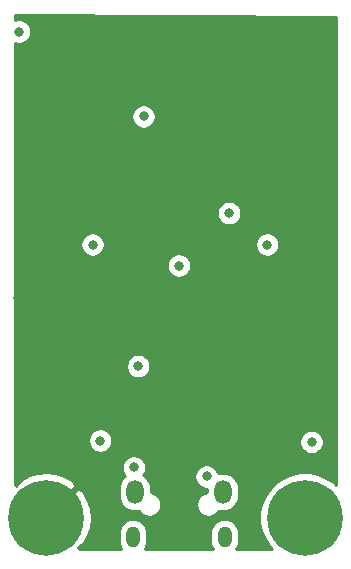
<source format=gbr>
%TF.GenerationSoftware,KiCad,Pcbnew,(5.1.12-1-10_14)*%
%TF.CreationDate,2022-01-26T17:57:44+01:00*%
%TF.ProjectId,tiny-led-esp32,74696e79-2d6c-4656-942d-65737033322e,rev?*%
%TF.SameCoordinates,Original*%
%TF.FileFunction,Copper,L2,Inr*%
%TF.FilePolarity,Positive*%
%FSLAX46Y46*%
G04 Gerber Fmt 4.6, Leading zero omitted, Abs format (unit mm)*
G04 Created by KiCad (PCBNEW (5.1.12-1-10_14)) date 2022-01-26 17:57:44*
%MOMM*%
%LPD*%
G01*
G04 APERTURE LIST*
%TA.AperFunction,ComponentPad*%
%ADD10C,0.800000*%
%TD*%
%TA.AperFunction,ComponentPad*%
%ADD11C,6.400000*%
%TD*%
%TA.AperFunction,ComponentPad*%
%ADD12O,1.150000X1.800000*%
%TD*%
%TA.AperFunction,ComponentPad*%
%ADD13O,1.450000X2.000000*%
%TD*%
%TA.AperFunction,ViaPad*%
%ADD14C,0.800000*%
%TD*%
%TA.AperFunction,Conductor*%
%ADD15C,0.254000*%
%TD*%
%TA.AperFunction,Conductor*%
%ADD16C,0.100000*%
%TD*%
G04 APERTURE END LIST*
D10*
%TO.N,+5V*%
%TO.C,H2*%
X165400056Y-123905944D03*
X163703000Y-123203000D03*
X162005944Y-123905944D03*
X161303000Y-125603000D03*
X162005944Y-127300056D03*
X163703000Y-128003000D03*
X165400056Y-127300056D03*
X166103000Y-125603000D03*
D11*
X163703000Y-125603000D03*
%TD*%
D10*
%TO.N,GND*%
%TO.C,H1*%
X143505256Y-123905944D03*
X141808200Y-123203000D03*
X140111144Y-123905944D03*
X139408200Y-125603000D03*
X140111144Y-127300056D03*
X141808200Y-128003000D03*
X143505256Y-127300056D03*
X144208200Y-125603000D03*
D11*
X141808200Y-125603000D03*
%TD*%
D12*
%TO.N,Net-(J1-Pad6)*%
%TO.C,J1*%
X149160000Y-127235500D03*
X156910000Y-127235500D03*
D13*
X149310000Y-123435500D03*
X156760000Y-123435500D03*
%TD*%
D14*
%TO.N,+5V*%
X160528000Y-102489000D03*
X149606000Y-112776000D03*
X150050500Y-91630500D03*
X155384500Y-122110500D03*
X149225000Y-121348500D03*
X145732500Y-102489000D03*
X146390000Y-119085000D03*
X164280000Y-119195000D03*
%TO.N,Net-(D1-Pad4)*%
X139509500Y-84455000D03*
%TO.N,GND*%
X156464000Y-112776000D03*
X146748500Y-123444000D03*
X148272500Y-92583000D03*
X146367500Y-90043000D03*
X155384500Y-90043000D03*
X139382500Y-106997500D03*
X150685500Y-122110500D03*
X156718000Y-121348500D03*
X143700500Y-118173500D03*
X161925000Y-117919500D03*
X158686500Y-100520500D03*
X143129000Y-84518500D03*
X162877500Y-84518500D03*
X164465000Y-88519000D03*
X164465000Y-91884500D03*
X165354000Y-100393500D03*
X147450999Y-111975999D03*
%TO.N,+3V3*%
X153035000Y-104267000D03*
X157289500Y-99822000D03*
%TD*%
D15*
%TO.N,GND*%
X166345000Y-83182068D02*
X166345001Y-122821492D01*
X166147670Y-122624161D01*
X165519554Y-122204467D01*
X164821628Y-121915377D01*
X164080715Y-121768000D01*
X163325285Y-121768000D01*
X162584372Y-121915377D01*
X161886446Y-122204467D01*
X161258330Y-122624161D01*
X160724161Y-123158330D01*
X160304467Y-123786446D01*
X160015377Y-124484372D01*
X159868000Y-125225285D01*
X159868000Y-125980715D01*
X160015377Y-126721628D01*
X160304467Y-127419554D01*
X160724161Y-128047670D01*
X160921491Y-128245000D01*
X157913553Y-128245000D01*
X157920946Y-128235992D01*
X158033303Y-128025787D01*
X158102492Y-127797701D01*
X158120000Y-127619937D01*
X158120000Y-126851064D01*
X158102492Y-126673300D01*
X158033303Y-126445213D01*
X157920946Y-126235008D01*
X157769739Y-126050761D01*
X157585492Y-125899554D01*
X157375287Y-125787197D01*
X157147201Y-125718008D01*
X156910000Y-125694646D01*
X156672800Y-125718008D01*
X156444714Y-125787197D01*
X156234509Y-125899554D01*
X156050262Y-126050761D01*
X155899055Y-126235008D01*
X155786697Y-126445213D01*
X155717508Y-126673299D01*
X155700000Y-126851063D01*
X155700000Y-127619936D01*
X155717508Y-127797700D01*
X155786697Y-128025786D01*
X155899054Y-128235991D01*
X155906447Y-128245000D01*
X150163553Y-128245000D01*
X150170946Y-128235992D01*
X150283303Y-128025787D01*
X150352492Y-127797701D01*
X150370000Y-127619937D01*
X150370000Y-126851064D01*
X150352492Y-126673300D01*
X150283303Y-126445213D01*
X150170946Y-126235008D01*
X150019739Y-126050761D01*
X149835492Y-125899554D01*
X149625287Y-125787197D01*
X149397201Y-125718008D01*
X149160000Y-125694646D01*
X148922800Y-125718008D01*
X148694714Y-125787197D01*
X148484509Y-125899554D01*
X148300262Y-126050761D01*
X148149055Y-126235008D01*
X148036697Y-126445213D01*
X147967508Y-126673299D01*
X147950000Y-126851063D01*
X147950000Y-127619936D01*
X147967508Y-127797700D01*
X148036697Y-128025786D01*
X148149054Y-128235991D01*
X148156447Y-128245000D01*
X144615082Y-128245000D01*
X144622445Y-128237637D01*
X144509083Y-128124275D01*
X144998748Y-127764088D01*
X145359049Y-127100118D01*
X145582894Y-126378615D01*
X145661680Y-125627305D01*
X145592378Y-124875062D01*
X145377652Y-124150792D01*
X145025755Y-123482330D01*
X144998748Y-123441912D01*
X144525350Y-123093691D01*
X147950000Y-123093691D01*
X147950000Y-123777308D01*
X147969678Y-123977106D01*
X148047445Y-124233467D01*
X148173730Y-124469730D01*
X148343682Y-124676817D01*
X148550769Y-124846770D01*
X148787032Y-124973055D01*
X149043393Y-125050822D01*
X149310000Y-125077080D01*
X149576606Y-125050822D01*
X149652558Y-125027782D01*
X149731063Y-125145274D01*
X149875226Y-125289437D01*
X150044744Y-125402705D01*
X150233102Y-125480726D01*
X150433061Y-125520500D01*
X150636939Y-125520500D01*
X150836898Y-125480726D01*
X151025256Y-125402705D01*
X151194774Y-125289437D01*
X151338937Y-125145274D01*
X151452205Y-124975756D01*
X151530226Y-124787398D01*
X151570000Y-124587439D01*
X151570000Y-124383561D01*
X151530226Y-124183602D01*
X151452205Y-123995244D01*
X151338937Y-123825726D01*
X151194774Y-123681563D01*
X151025256Y-123568295D01*
X150836898Y-123490274D01*
X150670000Y-123457076D01*
X150670000Y-123093692D01*
X150650322Y-122893894D01*
X150572555Y-122637532D01*
X150446270Y-122401269D01*
X150276318Y-122194182D01*
X150069231Y-122024230D01*
X150039917Y-122008561D01*
X154349500Y-122008561D01*
X154349500Y-122212439D01*
X154389274Y-122412398D01*
X154467295Y-122600756D01*
X154580563Y-122770274D01*
X154724726Y-122914437D01*
X154894244Y-123027705D01*
X155082602Y-123105726D01*
X155282561Y-123145500D01*
X155400000Y-123145500D01*
X155400000Y-123457076D01*
X155233102Y-123490274D01*
X155044744Y-123568295D01*
X154875226Y-123681563D01*
X154731063Y-123825726D01*
X154617795Y-123995244D01*
X154539774Y-124183602D01*
X154500000Y-124383561D01*
X154500000Y-124587439D01*
X154539774Y-124787398D01*
X154617795Y-124975756D01*
X154731063Y-125145274D01*
X154875226Y-125289437D01*
X155044744Y-125402705D01*
X155233102Y-125480726D01*
X155433061Y-125520500D01*
X155636939Y-125520500D01*
X155836898Y-125480726D01*
X156025256Y-125402705D01*
X156194774Y-125289437D01*
X156338937Y-125145274D01*
X156417442Y-125027782D01*
X156493393Y-125050822D01*
X156760000Y-125077080D01*
X157026606Y-125050822D01*
X157282967Y-124973055D01*
X157519230Y-124846770D01*
X157726317Y-124676818D01*
X157896270Y-124469731D01*
X158022555Y-124233468D01*
X158100322Y-123977107D01*
X158120000Y-123777309D01*
X158120000Y-123093692D01*
X158100322Y-122893894D01*
X158022555Y-122637532D01*
X157896270Y-122401269D01*
X157726318Y-122194182D01*
X157519231Y-122024230D01*
X157282968Y-121897945D01*
X157026607Y-121820178D01*
X156760000Y-121793920D01*
X156493394Y-121820178D01*
X156388366Y-121852038D01*
X156379726Y-121808602D01*
X156301705Y-121620244D01*
X156188437Y-121450726D01*
X156044274Y-121306563D01*
X155874756Y-121193295D01*
X155686398Y-121115274D01*
X155486439Y-121075500D01*
X155282561Y-121075500D01*
X155082602Y-121115274D01*
X154894244Y-121193295D01*
X154724726Y-121306563D01*
X154580563Y-121450726D01*
X154467295Y-121620244D01*
X154389274Y-121808602D01*
X154349500Y-122008561D01*
X150039917Y-122008561D01*
X150031685Y-122004161D01*
X150142205Y-121838756D01*
X150220226Y-121650398D01*
X150260000Y-121450439D01*
X150260000Y-121246561D01*
X150220226Y-121046602D01*
X150142205Y-120858244D01*
X150028937Y-120688726D01*
X149884774Y-120544563D01*
X149715256Y-120431295D01*
X149526898Y-120353274D01*
X149326939Y-120313500D01*
X149123061Y-120313500D01*
X148923102Y-120353274D01*
X148734744Y-120431295D01*
X148565226Y-120544563D01*
X148421063Y-120688726D01*
X148307795Y-120858244D01*
X148229774Y-121046602D01*
X148190000Y-121246561D01*
X148190000Y-121450439D01*
X148229774Y-121650398D01*
X148307795Y-121838756D01*
X148421063Y-122008274D01*
X148488293Y-122075504D01*
X148343683Y-122194182D01*
X148173730Y-122401269D01*
X148047445Y-122637532D01*
X147969678Y-122893893D01*
X147950000Y-123093691D01*
X144525350Y-123093691D01*
X144509081Y-123081724D01*
X141987805Y-125603000D01*
X142001948Y-125617143D01*
X141822343Y-125796748D01*
X141808200Y-125782605D01*
X141794058Y-125796748D01*
X141614453Y-125617143D01*
X141628595Y-125603000D01*
X141614453Y-125588858D01*
X141794058Y-125409253D01*
X141808200Y-125423395D01*
X144329476Y-122902119D01*
X143969288Y-122412452D01*
X143305318Y-122052151D01*
X142583815Y-121828306D01*
X141832505Y-121749520D01*
X141080262Y-121818822D01*
X140355992Y-122033548D01*
X139687530Y-122385445D01*
X139647112Y-122412452D01*
X139286925Y-122902117D01*
X139173563Y-122788755D01*
X139153500Y-122808818D01*
X139153500Y-118983061D01*
X145355000Y-118983061D01*
X145355000Y-119186939D01*
X145394774Y-119386898D01*
X145472795Y-119575256D01*
X145586063Y-119744774D01*
X145730226Y-119888937D01*
X145899744Y-120002205D01*
X146088102Y-120080226D01*
X146288061Y-120120000D01*
X146491939Y-120120000D01*
X146691898Y-120080226D01*
X146880256Y-120002205D01*
X147049774Y-119888937D01*
X147193937Y-119744774D01*
X147307205Y-119575256D01*
X147385226Y-119386898D01*
X147425000Y-119186939D01*
X147425000Y-119093061D01*
X163245000Y-119093061D01*
X163245000Y-119296939D01*
X163284774Y-119496898D01*
X163362795Y-119685256D01*
X163476063Y-119854774D01*
X163620226Y-119998937D01*
X163789744Y-120112205D01*
X163978102Y-120190226D01*
X164178061Y-120230000D01*
X164381939Y-120230000D01*
X164581898Y-120190226D01*
X164770256Y-120112205D01*
X164939774Y-119998937D01*
X165083937Y-119854774D01*
X165197205Y-119685256D01*
X165275226Y-119496898D01*
X165315000Y-119296939D01*
X165315000Y-119093061D01*
X165275226Y-118893102D01*
X165197205Y-118704744D01*
X165083937Y-118535226D01*
X164939774Y-118391063D01*
X164770256Y-118277795D01*
X164581898Y-118199774D01*
X164381939Y-118160000D01*
X164178061Y-118160000D01*
X163978102Y-118199774D01*
X163789744Y-118277795D01*
X163620226Y-118391063D01*
X163476063Y-118535226D01*
X163362795Y-118704744D01*
X163284774Y-118893102D01*
X163245000Y-119093061D01*
X147425000Y-119093061D01*
X147425000Y-118983061D01*
X147385226Y-118783102D01*
X147307205Y-118594744D01*
X147193937Y-118425226D01*
X147049774Y-118281063D01*
X146880256Y-118167795D01*
X146691898Y-118089774D01*
X146491939Y-118050000D01*
X146288061Y-118050000D01*
X146088102Y-118089774D01*
X145899744Y-118167795D01*
X145730226Y-118281063D01*
X145586063Y-118425226D01*
X145472795Y-118594744D01*
X145394774Y-118783102D01*
X145355000Y-118983061D01*
X139153500Y-118983061D01*
X139153500Y-112674061D01*
X148571000Y-112674061D01*
X148571000Y-112877939D01*
X148610774Y-113077898D01*
X148688795Y-113266256D01*
X148802063Y-113435774D01*
X148946226Y-113579937D01*
X149115744Y-113693205D01*
X149304102Y-113771226D01*
X149504061Y-113811000D01*
X149707939Y-113811000D01*
X149907898Y-113771226D01*
X150096256Y-113693205D01*
X150265774Y-113579937D01*
X150409937Y-113435774D01*
X150523205Y-113266256D01*
X150601226Y-113077898D01*
X150641000Y-112877939D01*
X150641000Y-112674061D01*
X150601226Y-112474102D01*
X150523205Y-112285744D01*
X150409937Y-112116226D01*
X150265774Y-111972063D01*
X150096256Y-111858795D01*
X149907898Y-111780774D01*
X149707939Y-111741000D01*
X149504061Y-111741000D01*
X149304102Y-111780774D01*
X149115744Y-111858795D01*
X148946226Y-111972063D01*
X148802063Y-112116226D01*
X148688795Y-112285744D01*
X148610774Y-112474102D01*
X148571000Y-112674061D01*
X139153500Y-112674061D01*
X139153500Y-104165061D01*
X152000000Y-104165061D01*
X152000000Y-104368939D01*
X152039774Y-104568898D01*
X152117795Y-104757256D01*
X152231063Y-104926774D01*
X152375226Y-105070937D01*
X152544744Y-105184205D01*
X152733102Y-105262226D01*
X152933061Y-105302000D01*
X153136939Y-105302000D01*
X153336898Y-105262226D01*
X153525256Y-105184205D01*
X153694774Y-105070937D01*
X153838937Y-104926774D01*
X153952205Y-104757256D01*
X154030226Y-104568898D01*
X154070000Y-104368939D01*
X154070000Y-104165061D01*
X154030226Y-103965102D01*
X153952205Y-103776744D01*
X153838937Y-103607226D01*
X153694774Y-103463063D01*
X153525256Y-103349795D01*
X153336898Y-103271774D01*
X153136939Y-103232000D01*
X152933061Y-103232000D01*
X152733102Y-103271774D01*
X152544744Y-103349795D01*
X152375226Y-103463063D01*
X152231063Y-103607226D01*
X152117795Y-103776744D01*
X152039774Y-103965102D01*
X152000000Y-104165061D01*
X139153500Y-104165061D01*
X139153500Y-102387061D01*
X144697500Y-102387061D01*
X144697500Y-102590939D01*
X144737274Y-102790898D01*
X144815295Y-102979256D01*
X144928563Y-103148774D01*
X145072726Y-103292937D01*
X145242244Y-103406205D01*
X145430602Y-103484226D01*
X145630561Y-103524000D01*
X145834439Y-103524000D01*
X146034398Y-103484226D01*
X146222756Y-103406205D01*
X146392274Y-103292937D01*
X146536437Y-103148774D01*
X146649705Y-102979256D01*
X146727726Y-102790898D01*
X146767500Y-102590939D01*
X146767500Y-102387061D01*
X159493000Y-102387061D01*
X159493000Y-102590939D01*
X159532774Y-102790898D01*
X159610795Y-102979256D01*
X159724063Y-103148774D01*
X159868226Y-103292937D01*
X160037744Y-103406205D01*
X160226102Y-103484226D01*
X160426061Y-103524000D01*
X160629939Y-103524000D01*
X160829898Y-103484226D01*
X161018256Y-103406205D01*
X161187774Y-103292937D01*
X161331937Y-103148774D01*
X161445205Y-102979256D01*
X161523226Y-102790898D01*
X161563000Y-102590939D01*
X161563000Y-102387061D01*
X161523226Y-102187102D01*
X161445205Y-101998744D01*
X161331937Y-101829226D01*
X161187774Y-101685063D01*
X161018256Y-101571795D01*
X160829898Y-101493774D01*
X160629939Y-101454000D01*
X160426061Y-101454000D01*
X160226102Y-101493774D01*
X160037744Y-101571795D01*
X159868226Y-101685063D01*
X159724063Y-101829226D01*
X159610795Y-101998744D01*
X159532774Y-102187102D01*
X159493000Y-102387061D01*
X146767500Y-102387061D01*
X146727726Y-102187102D01*
X146649705Y-101998744D01*
X146536437Y-101829226D01*
X146392274Y-101685063D01*
X146222756Y-101571795D01*
X146034398Y-101493774D01*
X145834439Y-101454000D01*
X145630561Y-101454000D01*
X145430602Y-101493774D01*
X145242244Y-101571795D01*
X145072726Y-101685063D01*
X144928563Y-101829226D01*
X144815295Y-101998744D01*
X144737274Y-102187102D01*
X144697500Y-102387061D01*
X139153500Y-102387061D01*
X139153500Y-99720061D01*
X156254500Y-99720061D01*
X156254500Y-99923939D01*
X156294274Y-100123898D01*
X156372295Y-100312256D01*
X156485563Y-100481774D01*
X156629726Y-100625937D01*
X156799244Y-100739205D01*
X156987602Y-100817226D01*
X157187561Y-100857000D01*
X157391439Y-100857000D01*
X157591398Y-100817226D01*
X157779756Y-100739205D01*
X157949274Y-100625937D01*
X158093437Y-100481774D01*
X158206705Y-100312256D01*
X158284726Y-100123898D01*
X158324500Y-99923939D01*
X158324500Y-99720061D01*
X158284726Y-99520102D01*
X158206705Y-99331744D01*
X158093437Y-99162226D01*
X157949274Y-99018063D01*
X157779756Y-98904795D01*
X157591398Y-98826774D01*
X157391439Y-98787000D01*
X157187561Y-98787000D01*
X156987602Y-98826774D01*
X156799244Y-98904795D01*
X156629726Y-99018063D01*
X156485563Y-99162226D01*
X156372295Y-99331744D01*
X156294274Y-99520102D01*
X156254500Y-99720061D01*
X139153500Y-99720061D01*
X139153500Y-91528561D01*
X149015500Y-91528561D01*
X149015500Y-91732439D01*
X149055274Y-91932398D01*
X149133295Y-92120756D01*
X149246563Y-92290274D01*
X149390726Y-92434437D01*
X149560244Y-92547705D01*
X149748602Y-92625726D01*
X149948561Y-92665500D01*
X150152439Y-92665500D01*
X150352398Y-92625726D01*
X150540756Y-92547705D01*
X150710274Y-92434437D01*
X150854437Y-92290274D01*
X150967705Y-92120756D01*
X151045726Y-91932398D01*
X151085500Y-91732439D01*
X151085500Y-91528561D01*
X151045726Y-91328602D01*
X150967705Y-91140244D01*
X150854437Y-90970726D01*
X150710274Y-90826563D01*
X150540756Y-90713295D01*
X150352398Y-90635274D01*
X150152439Y-90595500D01*
X149948561Y-90595500D01*
X149748602Y-90635274D01*
X149560244Y-90713295D01*
X149390726Y-90826563D01*
X149246563Y-90970726D01*
X149133295Y-91140244D01*
X149055274Y-91328602D01*
X149015500Y-91528561D01*
X139153500Y-91528561D01*
X139153500Y-85427816D01*
X139207602Y-85450226D01*
X139407561Y-85490000D01*
X139611439Y-85490000D01*
X139811398Y-85450226D01*
X139999756Y-85372205D01*
X140169274Y-85258937D01*
X140313437Y-85114774D01*
X140426705Y-84945256D01*
X140504726Y-84756898D01*
X140544500Y-84556939D01*
X140544500Y-84353061D01*
X140504726Y-84153102D01*
X140426705Y-83964744D01*
X140313437Y-83795226D01*
X140169274Y-83651063D01*
X139999756Y-83537795D01*
X139811398Y-83459774D01*
X139611439Y-83420000D01*
X139407561Y-83420000D01*
X139207602Y-83459774D01*
X139153500Y-83482184D01*
X139153500Y-83061217D01*
X166345000Y-83182068D01*
%TA.AperFunction,Conductor*%
D16*
G36*
X166345000Y-83182068D02*
G01*
X166345001Y-122821492D01*
X166147670Y-122624161D01*
X165519554Y-122204467D01*
X164821628Y-121915377D01*
X164080715Y-121768000D01*
X163325285Y-121768000D01*
X162584372Y-121915377D01*
X161886446Y-122204467D01*
X161258330Y-122624161D01*
X160724161Y-123158330D01*
X160304467Y-123786446D01*
X160015377Y-124484372D01*
X159868000Y-125225285D01*
X159868000Y-125980715D01*
X160015377Y-126721628D01*
X160304467Y-127419554D01*
X160724161Y-128047670D01*
X160921491Y-128245000D01*
X157913553Y-128245000D01*
X157920946Y-128235992D01*
X158033303Y-128025787D01*
X158102492Y-127797701D01*
X158120000Y-127619937D01*
X158120000Y-126851064D01*
X158102492Y-126673300D01*
X158033303Y-126445213D01*
X157920946Y-126235008D01*
X157769739Y-126050761D01*
X157585492Y-125899554D01*
X157375287Y-125787197D01*
X157147201Y-125718008D01*
X156910000Y-125694646D01*
X156672800Y-125718008D01*
X156444714Y-125787197D01*
X156234509Y-125899554D01*
X156050262Y-126050761D01*
X155899055Y-126235008D01*
X155786697Y-126445213D01*
X155717508Y-126673299D01*
X155700000Y-126851063D01*
X155700000Y-127619936D01*
X155717508Y-127797700D01*
X155786697Y-128025786D01*
X155899054Y-128235991D01*
X155906447Y-128245000D01*
X150163553Y-128245000D01*
X150170946Y-128235992D01*
X150283303Y-128025787D01*
X150352492Y-127797701D01*
X150370000Y-127619937D01*
X150370000Y-126851064D01*
X150352492Y-126673300D01*
X150283303Y-126445213D01*
X150170946Y-126235008D01*
X150019739Y-126050761D01*
X149835492Y-125899554D01*
X149625287Y-125787197D01*
X149397201Y-125718008D01*
X149160000Y-125694646D01*
X148922800Y-125718008D01*
X148694714Y-125787197D01*
X148484509Y-125899554D01*
X148300262Y-126050761D01*
X148149055Y-126235008D01*
X148036697Y-126445213D01*
X147967508Y-126673299D01*
X147950000Y-126851063D01*
X147950000Y-127619936D01*
X147967508Y-127797700D01*
X148036697Y-128025786D01*
X148149054Y-128235991D01*
X148156447Y-128245000D01*
X144615082Y-128245000D01*
X144622445Y-128237637D01*
X144509083Y-128124275D01*
X144998748Y-127764088D01*
X145359049Y-127100118D01*
X145582894Y-126378615D01*
X145661680Y-125627305D01*
X145592378Y-124875062D01*
X145377652Y-124150792D01*
X145025755Y-123482330D01*
X144998748Y-123441912D01*
X144525350Y-123093691D01*
X147950000Y-123093691D01*
X147950000Y-123777308D01*
X147969678Y-123977106D01*
X148047445Y-124233467D01*
X148173730Y-124469730D01*
X148343682Y-124676817D01*
X148550769Y-124846770D01*
X148787032Y-124973055D01*
X149043393Y-125050822D01*
X149310000Y-125077080D01*
X149576606Y-125050822D01*
X149652558Y-125027782D01*
X149731063Y-125145274D01*
X149875226Y-125289437D01*
X150044744Y-125402705D01*
X150233102Y-125480726D01*
X150433061Y-125520500D01*
X150636939Y-125520500D01*
X150836898Y-125480726D01*
X151025256Y-125402705D01*
X151194774Y-125289437D01*
X151338937Y-125145274D01*
X151452205Y-124975756D01*
X151530226Y-124787398D01*
X151570000Y-124587439D01*
X151570000Y-124383561D01*
X151530226Y-124183602D01*
X151452205Y-123995244D01*
X151338937Y-123825726D01*
X151194774Y-123681563D01*
X151025256Y-123568295D01*
X150836898Y-123490274D01*
X150670000Y-123457076D01*
X150670000Y-123093692D01*
X150650322Y-122893894D01*
X150572555Y-122637532D01*
X150446270Y-122401269D01*
X150276318Y-122194182D01*
X150069231Y-122024230D01*
X150039917Y-122008561D01*
X154349500Y-122008561D01*
X154349500Y-122212439D01*
X154389274Y-122412398D01*
X154467295Y-122600756D01*
X154580563Y-122770274D01*
X154724726Y-122914437D01*
X154894244Y-123027705D01*
X155082602Y-123105726D01*
X155282561Y-123145500D01*
X155400000Y-123145500D01*
X155400000Y-123457076D01*
X155233102Y-123490274D01*
X155044744Y-123568295D01*
X154875226Y-123681563D01*
X154731063Y-123825726D01*
X154617795Y-123995244D01*
X154539774Y-124183602D01*
X154500000Y-124383561D01*
X154500000Y-124587439D01*
X154539774Y-124787398D01*
X154617795Y-124975756D01*
X154731063Y-125145274D01*
X154875226Y-125289437D01*
X155044744Y-125402705D01*
X155233102Y-125480726D01*
X155433061Y-125520500D01*
X155636939Y-125520500D01*
X155836898Y-125480726D01*
X156025256Y-125402705D01*
X156194774Y-125289437D01*
X156338937Y-125145274D01*
X156417442Y-125027782D01*
X156493393Y-125050822D01*
X156760000Y-125077080D01*
X157026606Y-125050822D01*
X157282967Y-124973055D01*
X157519230Y-124846770D01*
X157726317Y-124676818D01*
X157896270Y-124469731D01*
X158022555Y-124233468D01*
X158100322Y-123977107D01*
X158120000Y-123777309D01*
X158120000Y-123093692D01*
X158100322Y-122893894D01*
X158022555Y-122637532D01*
X157896270Y-122401269D01*
X157726318Y-122194182D01*
X157519231Y-122024230D01*
X157282968Y-121897945D01*
X157026607Y-121820178D01*
X156760000Y-121793920D01*
X156493394Y-121820178D01*
X156388366Y-121852038D01*
X156379726Y-121808602D01*
X156301705Y-121620244D01*
X156188437Y-121450726D01*
X156044274Y-121306563D01*
X155874756Y-121193295D01*
X155686398Y-121115274D01*
X155486439Y-121075500D01*
X155282561Y-121075500D01*
X155082602Y-121115274D01*
X154894244Y-121193295D01*
X154724726Y-121306563D01*
X154580563Y-121450726D01*
X154467295Y-121620244D01*
X154389274Y-121808602D01*
X154349500Y-122008561D01*
X150039917Y-122008561D01*
X150031685Y-122004161D01*
X150142205Y-121838756D01*
X150220226Y-121650398D01*
X150260000Y-121450439D01*
X150260000Y-121246561D01*
X150220226Y-121046602D01*
X150142205Y-120858244D01*
X150028937Y-120688726D01*
X149884774Y-120544563D01*
X149715256Y-120431295D01*
X149526898Y-120353274D01*
X149326939Y-120313500D01*
X149123061Y-120313500D01*
X148923102Y-120353274D01*
X148734744Y-120431295D01*
X148565226Y-120544563D01*
X148421063Y-120688726D01*
X148307795Y-120858244D01*
X148229774Y-121046602D01*
X148190000Y-121246561D01*
X148190000Y-121450439D01*
X148229774Y-121650398D01*
X148307795Y-121838756D01*
X148421063Y-122008274D01*
X148488293Y-122075504D01*
X148343683Y-122194182D01*
X148173730Y-122401269D01*
X148047445Y-122637532D01*
X147969678Y-122893893D01*
X147950000Y-123093691D01*
X144525350Y-123093691D01*
X144509081Y-123081724D01*
X141987805Y-125603000D01*
X142001948Y-125617143D01*
X141822343Y-125796748D01*
X141808200Y-125782605D01*
X141794058Y-125796748D01*
X141614453Y-125617143D01*
X141628595Y-125603000D01*
X141614453Y-125588858D01*
X141794058Y-125409253D01*
X141808200Y-125423395D01*
X144329476Y-122902119D01*
X143969288Y-122412452D01*
X143305318Y-122052151D01*
X142583815Y-121828306D01*
X141832505Y-121749520D01*
X141080262Y-121818822D01*
X140355992Y-122033548D01*
X139687530Y-122385445D01*
X139647112Y-122412452D01*
X139286925Y-122902117D01*
X139173563Y-122788755D01*
X139153500Y-122808818D01*
X139153500Y-118983061D01*
X145355000Y-118983061D01*
X145355000Y-119186939D01*
X145394774Y-119386898D01*
X145472795Y-119575256D01*
X145586063Y-119744774D01*
X145730226Y-119888937D01*
X145899744Y-120002205D01*
X146088102Y-120080226D01*
X146288061Y-120120000D01*
X146491939Y-120120000D01*
X146691898Y-120080226D01*
X146880256Y-120002205D01*
X147049774Y-119888937D01*
X147193937Y-119744774D01*
X147307205Y-119575256D01*
X147385226Y-119386898D01*
X147425000Y-119186939D01*
X147425000Y-119093061D01*
X163245000Y-119093061D01*
X163245000Y-119296939D01*
X163284774Y-119496898D01*
X163362795Y-119685256D01*
X163476063Y-119854774D01*
X163620226Y-119998937D01*
X163789744Y-120112205D01*
X163978102Y-120190226D01*
X164178061Y-120230000D01*
X164381939Y-120230000D01*
X164581898Y-120190226D01*
X164770256Y-120112205D01*
X164939774Y-119998937D01*
X165083937Y-119854774D01*
X165197205Y-119685256D01*
X165275226Y-119496898D01*
X165315000Y-119296939D01*
X165315000Y-119093061D01*
X165275226Y-118893102D01*
X165197205Y-118704744D01*
X165083937Y-118535226D01*
X164939774Y-118391063D01*
X164770256Y-118277795D01*
X164581898Y-118199774D01*
X164381939Y-118160000D01*
X164178061Y-118160000D01*
X163978102Y-118199774D01*
X163789744Y-118277795D01*
X163620226Y-118391063D01*
X163476063Y-118535226D01*
X163362795Y-118704744D01*
X163284774Y-118893102D01*
X163245000Y-119093061D01*
X147425000Y-119093061D01*
X147425000Y-118983061D01*
X147385226Y-118783102D01*
X147307205Y-118594744D01*
X147193937Y-118425226D01*
X147049774Y-118281063D01*
X146880256Y-118167795D01*
X146691898Y-118089774D01*
X146491939Y-118050000D01*
X146288061Y-118050000D01*
X146088102Y-118089774D01*
X145899744Y-118167795D01*
X145730226Y-118281063D01*
X145586063Y-118425226D01*
X145472795Y-118594744D01*
X145394774Y-118783102D01*
X145355000Y-118983061D01*
X139153500Y-118983061D01*
X139153500Y-112674061D01*
X148571000Y-112674061D01*
X148571000Y-112877939D01*
X148610774Y-113077898D01*
X148688795Y-113266256D01*
X148802063Y-113435774D01*
X148946226Y-113579937D01*
X149115744Y-113693205D01*
X149304102Y-113771226D01*
X149504061Y-113811000D01*
X149707939Y-113811000D01*
X149907898Y-113771226D01*
X150096256Y-113693205D01*
X150265774Y-113579937D01*
X150409937Y-113435774D01*
X150523205Y-113266256D01*
X150601226Y-113077898D01*
X150641000Y-112877939D01*
X150641000Y-112674061D01*
X150601226Y-112474102D01*
X150523205Y-112285744D01*
X150409937Y-112116226D01*
X150265774Y-111972063D01*
X150096256Y-111858795D01*
X149907898Y-111780774D01*
X149707939Y-111741000D01*
X149504061Y-111741000D01*
X149304102Y-111780774D01*
X149115744Y-111858795D01*
X148946226Y-111972063D01*
X148802063Y-112116226D01*
X148688795Y-112285744D01*
X148610774Y-112474102D01*
X148571000Y-112674061D01*
X139153500Y-112674061D01*
X139153500Y-104165061D01*
X152000000Y-104165061D01*
X152000000Y-104368939D01*
X152039774Y-104568898D01*
X152117795Y-104757256D01*
X152231063Y-104926774D01*
X152375226Y-105070937D01*
X152544744Y-105184205D01*
X152733102Y-105262226D01*
X152933061Y-105302000D01*
X153136939Y-105302000D01*
X153336898Y-105262226D01*
X153525256Y-105184205D01*
X153694774Y-105070937D01*
X153838937Y-104926774D01*
X153952205Y-104757256D01*
X154030226Y-104568898D01*
X154070000Y-104368939D01*
X154070000Y-104165061D01*
X154030226Y-103965102D01*
X153952205Y-103776744D01*
X153838937Y-103607226D01*
X153694774Y-103463063D01*
X153525256Y-103349795D01*
X153336898Y-103271774D01*
X153136939Y-103232000D01*
X152933061Y-103232000D01*
X152733102Y-103271774D01*
X152544744Y-103349795D01*
X152375226Y-103463063D01*
X152231063Y-103607226D01*
X152117795Y-103776744D01*
X152039774Y-103965102D01*
X152000000Y-104165061D01*
X139153500Y-104165061D01*
X139153500Y-102387061D01*
X144697500Y-102387061D01*
X144697500Y-102590939D01*
X144737274Y-102790898D01*
X144815295Y-102979256D01*
X144928563Y-103148774D01*
X145072726Y-103292937D01*
X145242244Y-103406205D01*
X145430602Y-103484226D01*
X145630561Y-103524000D01*
X145834439Y-103524000D01*
X146034398Y-103484226D01*
X146222756Y-103406205D01*
X146392274Y-103292937D01*
X146536437Y-103148774D01*
X146649705Y-102979256D01*
X146727726Y-102790898D01*
X146767500Y-102590939D01*
X146767500Y-102387061D01*
X159493000Y-102387061D01*
X159493000Y-102590939D01*
X159532774Y-102790898D01*
X159610795Y-102979256D01*
X159724063Y-103148774D01*
X159868226Y-103292937D01*
X160037744Y-103406205D01*
X160226102Y-103484226D01*
X160426061Y-103524000D01*
X160629939Y-103524000D01*
X160829898Y-103484226D01*
X161018256Y-103406205D01*
X161187774Y-103292937D01*
X161331937Y-103148774D01*
X161445205Y-102979256D01*
X161523226Y-102790898D01*
X161563000Y-102590939D01*
X161563000Y-102387061D01*
X161523226Y-102187102D01*
X161445205Y-101998744D01*
X161331937Y-101829226D01*
X161187774Y-101685063D01*
X161018256Y-101571795D01*
X160829898Y-101493774D01*
X160629939Y-101454000D01*
X160426061Y-101454000D01*
X160226102Y-101493774D01*
X160037744Y-101571795D01*
X159868226Y-101685063D01*
X159724063Y-101829226D01*
X159610795Y-101998744D01*
X159532774Y-102187102D01*
X159493000Y-102387061D01*
X146767500Y-102387061D01*
X146727726Y-102187102D01*
X146649705Y-101998744D01*
X146536437Y-101829226D01*
X146392274Y-101685063D01*
X146222756Y-101571795D01*
X146034398Y-101493774D01*
X145834439Y-101454000D01*
X145630561Y-101454000D01*
X145430602Y-101493774D01*
X145242244Y-101571795D01*
X145072726Y-101685063D01*
X144928563Y-101829226D01*
X144815295Y-101998744D01*
X144737274Y-102187102D01*
X144697500Y-102387061D01*
X139153500Y-102387061D01*
X139153500Y-99720061D01*
X156254500Y-99720061D01*
X156254500Y-99923939D01*
X156294274Y-100123898D01*
X156372295Y-100312256D01*
X156485563Y-100481774D01*
X156629726Y-100625937D01*
X156799244Y-100739205D01*
X156987602Y-100817226D01*
X157187561Y-100857000D01*
X157391439Y-100857000D01*
X157591398Y-100817226D01*
X157779756Y-100739205D01*
X157949274Y-100625937D01*
X158093437Y-100481774D01*
X158206705Y-100312256D01*
X158284726Y-100123898D01*
X158324500Y-99923939D01*
X158324500Y-99720061D01*
X158284726Y-99520102D01*
X158206705Y-99331744D01*
X158093437Y-99162226D01*
X157949274Y-99018063D01*
X157779756Y-98904795D01*
X157591398Y-98826774D01*
X157391439Y-98787000D01*
X157187561Y-98787000D01*
X156987602Y-98826774D01*
X156799244Y-98904795D01*
X156629726Y-99018063D01*
X156485563Y-99162226D01*
X156372295Y-99331744D01*
X156294274Y-99520102D01*
X156254500Y-99720061D01*
X139153500Y-99720061D01*
X139153500Y-91528561D01*
X149015500Y-91528561D01*
X149015500Y-91732439D01*
X149055274Y-91932398D01*
X149133295Y-92120756D01*
X149246563Y-92290274D01*
X149390726Y-92434437D01*
X149560244Y-92547705D01*
X149748602Y-92625726D01*
X149948561Y-92665500D01*
X150152439Y-92665500D01*
X150352398Y-92625726D01*
X150540756Y-92547705D01*
X150710274Y-92434437D01*
X150854437Y-92290274D01*
X150967705Y-92120756D01*
X151045726Y-91932398D01*
X151085500Y-91732439D01*
X151085500Y-91528561D01*
X151045726Y-91328602D01*
X150967705Y-91140244D01*
X150854437Y-90970726D01*
X150710274Y-90826563D01*
X150540756Y-90713295D01*
X150352398Y-90635274D01*
X150152439Y-90595500D01*
X149948561Y-90595500D01*
X149748602Y-90635274D01*
X149560244Y-90713295D01*
X149390726Y-90826563D01*
X149246563Y-90970726D01*
X149133295Y-91140244D01*
X149055274Y-91328602D01*
X149015500Y-91528561D01*
X139153500Y-91528561D01*
X139153500Y-85427816D01*
X139207602Y-85450226D01*
X139407561Y-85490000D01*
X139611439Y-85490000D01*
X139811398Y-85450226D01*
X139999756Y-85372205D01*
X140169274Y-85258937D01*
X140313437Y-85114774D01*
X140426705Y-84945256D01*
X140504726Y-84756898D01*
X140544500Y-84556939D01*
X140544500Y-84353061D01*
X140504726Y-84153102D01*
X140426705Y-83964744D01*
X140313437Y-83795226D01*
X140169274Y-83651063D01*
X139999756Y-83537795D01*
X139811398Y-83459774D01*
X139611439Y-83420000D01*
X139407561Y-83420000D01*
X139207602Y-83459774D01*
X139153500Y-83482184D01*
X139153500Y-83061217D01*
X166345000Y-83182068D01*
G37*
%TD.AperFunction*%
%TD*%
M02*

</source>
